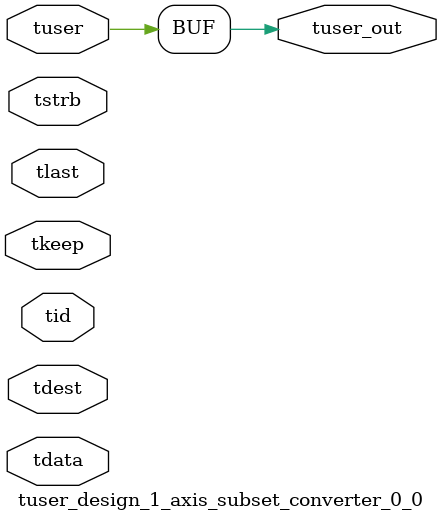
<source format=v>


`timescale 1ps/1ps

module tuser_design_1_axis_subset_converter_0_0 #
(
parameter C_S_AXIS_TUSER_WIDTH = 1,
parameter C_S_AXIS_TDATA_WIDTH = 32,
parameter C_S_AXIS_TID_WIDTH   = 0,
parameter C_S_AXIS_TDEST_WIDTH = 0,
parameter C_M_AXIS_TUSER_WIDTH = 1
)
(
input  [(C_S_AXIS_TUSER_WIDTH == 0 ? 1 : C_S_AXIS_TUSER_WIDTH)-1:0     ] tuser,
input  [(C_S_AXIS_TDATA_WIDTH == 0 ? 1 : C_S_AXIS_TDATA_WIDTH)-1:0     ] tdata,
input  [(C_S_AXIS_TID_WIDTH   == 0 ? 1 : C_S_AXIS_TID_WIDTH)-1:0       ] tid,
input  [(C_S_AXIS_TDEST_WIDTH == 0 ? 1 : C_S_AXIS_TDEST_WIDTH)-1:0     ] tdest,
input  [(C_S_AXIS_TDATA_WIDTH/8)-1:0 ] tkeep,
input  [(C_S_AXIS_TDATA_WIDTH/8)-1:0 ] tstrb,
input                                                                    tlast,
output [C_M_AXIS_TUSER_WIDTH-1:0] tuser_out
);

assign tuser_out = {tuser[0:0]};

endmodule


</source>
